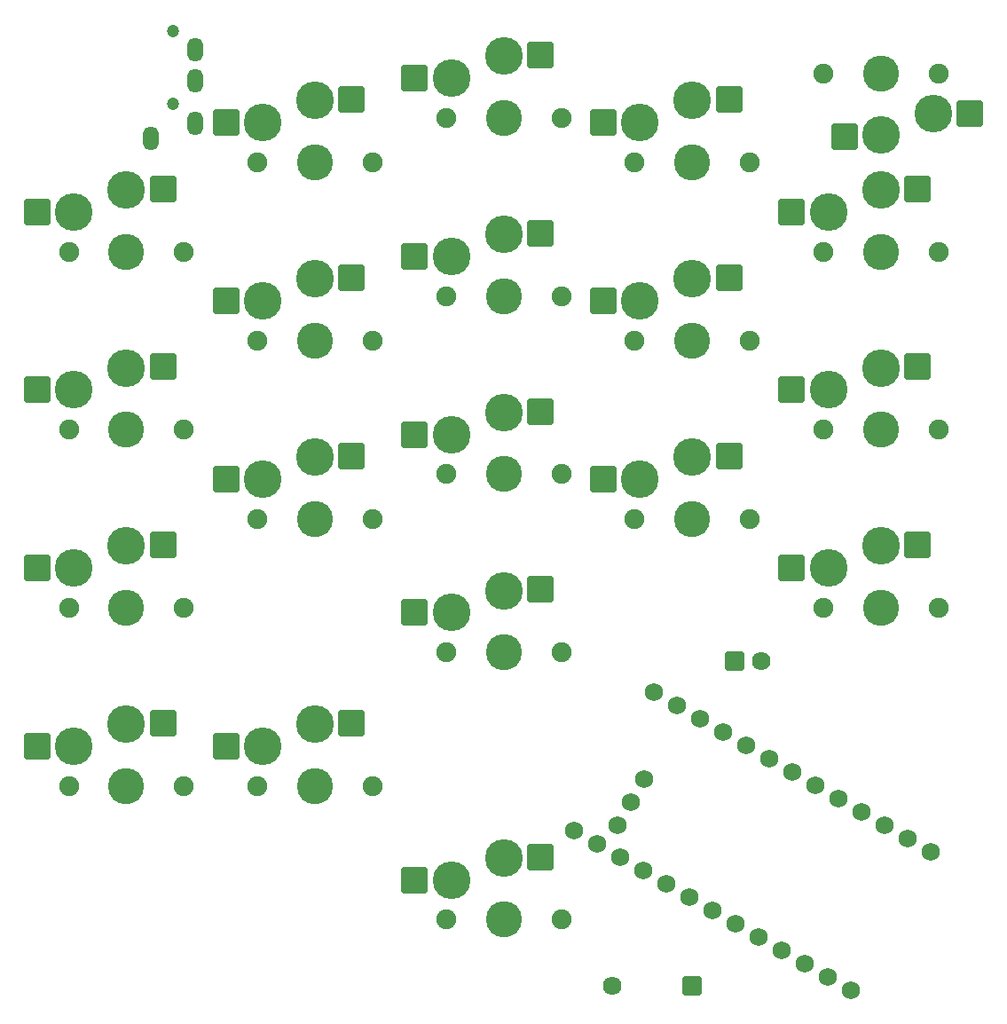
<source format=gbr>
%TF.GenerationSoftware,KiCad,Pcbnew,7.0.9-7.0.9~ubuntu22.04.1*%
%TF.CreationDate,2025-04-09T21:57:24+03:00*%
%TF.ProjectId,Keeb,4b656562-2e6b-4696-9361-645f70636258,rev?*%
%TF.SameCoordinates,Original*%
%TF.FileFunction,Soldermask,Top*%
%TF.FilePolarity,Negative*%
%FSLAX46Y46*%
G04 Gerber Fmt 4.6, Leading zero omitted, Abs format (unit mm)*
G04 Created by KiCad (PCBNEW 7.0.9-7.0.9~ubuntu22.04.1) date 2025-04-09 21:57:24*
%MOMM*%
%LPD*%
G01*
G04 APERTURE LIST*
G04 Aperture macros list*
%AMRoundRect*
0 Rectangle with rounded corners*
0 $1 Rounding radius*
0 $2 $3 $4 $5 $6 $7 $8 $9 X,Y pos of 4 corners*
0 Add a 4 corners polygon primitive as box body*
4,1,4,$2,$3,$4,$5,$6,$7,$8,$9,$2,$3,0*
0 Add four circle primitives for the rounded corners*
1,1,$1+$1,$2,$3*
1,1,$1+$1,$4,$5*
1,1,$1+$1,$6,$7*
1,1,$1+$1,$8,$9*
0 Add four rect primitives between the rounded corners*
20,1,$1+$1,$2,$3,$4,$5,0*
20,1,$1+$1,$4,$5,$6,$7,0*
20,1,$1+$1,$6,$7,$8,$9,0*
20,1,$1+$1,$8,$9,$2,$3,0*%
G04 Aperture macros list end*
%ADD10C,1.752600*%
%ADD11C,1.200000*%
%ADD12O,1.500000X2.300000*%
%ADD13RoundRect,0.102000X0.790000X-0.790000X0.790000X0.790000X-0.790000X0.790000X-0.790000X-0.790000X0*%
%ADD14C,1.784000*%
%ADD15RoundRect,0.102000X0.787500X0.787500X-0.787500X0.787500X-0.787500X-0.787500X0.787500X-0.787500X0*%
%ADD16C,1.779000*%
%ADD17C,1.900000*%
%ADD18RoundRect,0.250000X1.025000X1.000000X-1.025000X1.000000X-1.025000X-1.000000X1.025000X-1.000000X0*%
%ADD19C,3.450000*%
%ADD20C,3.600000*%
%ADD21RoundRect,0.250000X-1.025000X-1.000000X1.025000X-1.000000X1.025000X1.000000X-1.025000X1.000000X0*%
G04 APERTURE END LIST*
D10*
%TO.C,U3*%
X181178375Y-125547058D03*
X178978670Y-124277058D03*
X176778966Y-123007058D03*
X174579261Y-121737058D03*
X172379557Y-120467058D03*
X170179852Y-119197058D03*
X167980148Y-117927058D03*
X165780443Y-116657058D03*
X163580739Y-115387058D03*
X161381034Y-114117058D03*
X159181330Y-112847058D03*
X156981625Y-111577058D03*
X164601625Y-98378830D03*
X166801330Y-99648830D03*
X169001034Y-100918830D03*
X171200739Y-102188830D03*
X173400443Y-103458830D03*
X175600148Y-104728830D03*
X177799852Y-105998830D03*
X179999557Y-107268830D03*
X182199261Y-108538830D03*
X184398966Y-109808830D03*
X186598670Y-111078830D03*
X188798375Y-112348830D03*
X190998079Y-113618830D03*
X183378079Y-126817058D03*
X161111241Y-111028353D03*
X162381241Y-108828649D03*
X163651241Y-106628944D03*
%TD*%
D11*
%TO.C,J1*%
X118675000Y-35242944D03*
X118675000Y-42242944D03*
D12*
X116525000Y-45542944D03*
X120825000Y-37042944D03*
X120825000Y-40042944D03*
X120825000Y-44042944D03*
%TD*%
D13*
%TO.C,S1*%
X168235000Y-126337944D03*
D14*
X160615000Y-126337944D03*
%TD*%
D15*
%TO.C,J2*%
X172275000Y-95417944D03*
D16*
X174775000Y-95417944D03*
%TD*%
D17*
%TO.C,SW3*%
X191725000Y-56317944D03*
D18*
X189725000Y-50317944D03*
D19*
X186225000Y-56317944D03*
D17*
X180725000Y-56317944D03*
D18*
X177725000Y-52517944D03*
D20*
X186225000Y-50417944D03*
X181225000Y-52517944D03*
%TD*%
D17*
%TO.C,SW4*%
X191725000Y-73317944D03*
D18*
X189725000Y-67317944D03*
D19*
X186225000Y-73317944D03*
D17*
X180725000Y-73317944D03*
D18*
X177725000Y-69517944D03*
D20*
X186225000Y-67417944D03*
X181225000Y-69517944D03*
%TD*%
D17*
%TO.C,SW5*%
X191725000Y-90317944D03*
D18*
X189725000Y-84317944D03*
D19*
X186225000Y-90317944D03*
D17*
X180725000Y-90317944D03*
D18*
X177725000Y-86517944D03*
D20*
X186225000Y-84417944D03*
X181225000Y-86517944D03*
%TD*%
D17*
%TO.C,SW6*%
X173725000Y-47817944D03*
D18*
X171725000Y-41817944D03*
D19*
X168225000Y-47817944D03*
D17*
X162725000Y-47817944D03*
D18*
X159725000Y-44017944D03*
D20*
X168225000Y-41917944D03*
X163225000Y-44017944D03*
%TD*%
D17*
%TO.C,SW7*%
X173725000Y-64817944D03*
D18*
X171725000Y-58817944D03*
D19*
X168225000Y-64817944D03*
D17*
X162725000Y-64817944D03*
D18*
X159725000Y-61017944D03*
D20*
X168225000Y-58917944D03*
X163225000Y-61017944D03*
%TD*%
D17*
%TO.C,SW8*%
X173725000Y-81817944D03*
D18*
X171725000Y-75817944D03*
D19*
X168225000Y-81817944D03*
D17*
X162725000Y-81817944D03*
D18*
X159725000Y-78017944D03*
D20*
X168225000Y-75917944D03*
X163225000Y-78017944D03*
%TD*%
D17*
%TO.C,SW9*%
X155725000Y-43567944D03*
D18*
X153725000Y-37567944D03*
D19*
X150225000Y-43567944D03*
D17*
X144725000Y-43567944D03*
D18*
X141725000Y-39767944D03*
D20*
X150225000Y-37667944D03*
X145225000Y-39767944D03*
%TD*%
D17*
%TO.C,SW10*%
X155725000Y-60567944D03*
D18*
X153725000Y-54567944D03*
D19*
X150225000Y-60567944D03*
D17*
X144725000Y-60567944D03*
D18*
X141725000Y-56767944D03*
D20*
X150225000Y-54667944D03*
X145225000Y-56767944D03*
%TD*%
D17*
%TO.C,SW11*%
X155725000Y-77567944D03*
D18*
X153725000Y-71567944D03*
D19*
X150225000Y-77567944D03*
D17*
X144725000Y-77567944D03*
D18*
X141725000Y-73767944D03*
D20*
X150225000Y-71667944D03*
X145225000Y-73767944D03*
%TD*%
D17*
%TO.C,SW13*%
X137725000Y-47817944D03*
D18*
X135725000Y-41817944D03*
D19*
X132225000Y-47817944D03*
D17*
X126725000Y-47817944D03*
D18*
X123725000Y-44017944D03*
D20*
X132225000Y-41917944D03*
X127225000Y-44017944D03*
%TD*%
D17*
%TO.C,SW14*%
X137725000Y-64817944D03*
D18*
X135725000Y-58817944D03*
D19*
X132225000Y-64817944D03*
D17*
X126725000Y-64817944D03*
D18*
X123725000Y-61017944D03*
D20*
X132225000Y-58917944D03*
X127225000Y-61017944D03*
%TD*%
D17*
%TO.C,SW15*%
X137725000Y-81817944D03*
D18*
X135725000Y-75817944D03*
D19*
X132225000Y-81817944D03*
D17*
X126725000Y-81817944D03*
D18*
X123725000Y-78017944D03*
D20*
X132225000Y-75917944D03*
X127225000Y-78017944D03*
%TD*%
D17*
%TO.C,SW16*%
X137725000Y-107317944D03*
D18*
X135725000Y-101317944D03*
D19*
X132225000Y-107317944D03*
D17*
X126725000Y-107317944D03*
D18*
X123725000Y-103517944D03*
D20*
X132225000Y-101417944D03*
X127225000Y-103517944D03*
%TD*%
D17*
%TO.C,SW17*%
X119725000Y-56317944D03*
D18*
X117725000Y-50317944D03*
D19*
X114225000Y-56317944D03*
D17*
X108725000Y-56317944D03*
D18*
X105725000Y-52517944D03*
D20*
X114225000Y-50417944D03*
X109225000Y-52517944D03*
%TD*%
D17*
%TO.C,SW18*%
X119725000Y-73317944D03*
D18*
X117725000Y-67317944D03*
D19*
X114225000Y-73317944D03*
D17*
X108725000Y-73317944D03*
D18*
X105725000Y-69517944D03*
D20*
X114225000Y-67417944D03*
X109225000Y-69517944D03*
%TD*%
D17*
%TO.C,SW19*%
X119725000Y-90317944D03*
D18*
X117725000Y-84317944D03*
D19*
X114225000Y-90317944D03*
D17*
X108725000Y-90317944D03*
D18*
X105725000Y-86517944D03*
D20*
X114225000Y-84417944D03*
X109225000Y-86517944D03*
%TD*%
D17*
%TO.C,SW20*%
X119725000Y-107317944D03*
D18*
X117725000Y-101317944D03*
D19*
X114225000Y-107317944D03*
D17*
X108725000Y-107317944D03*
D18*
X105725000Y-103517944D03*
D20*
X114225000Y-101417944D03*
X109225000Y-103517944D03*
%TD*%
D17*
%TO.C,SW1*%
X155725000Y-120067944D03*
D18*
X153725000Y-114067944D03*
D19*
X150225000Y-120067944D03*
D17*
X144725000Y-120067944D03*
D18*
X141725000Y-116267944D03*
D20*
X150225000Y-114167944D03*
X145225000Y-116267944D03*
%TD*%
D17*
%TO.C,SW12*%
X180725000Y-39317944D03*
D21*
X182725000Y-45317944D03*
D19*
X186225000Y-39317944D03*
D17*
X191725000Y-39317944D03*
D21*
X194725000Y-43117944D03*
D20*
X186225000Y-45217944D03*
X191225000Y-43117944D03*
%TD*%
D17*
%TO.C,SW2*%
X155725000Y-94567944D03*
D18*
X153725000Y-88567944D03*
D19*
X150225000Y-94567944D03*
D17*
X144725000Y-94567944D03*
D18*
X141725000Y-90767944D03*
D20*
X150225000Y-88667944D03*
X145225000Y-90767944D03*
%TD*%
M02*

</source>
